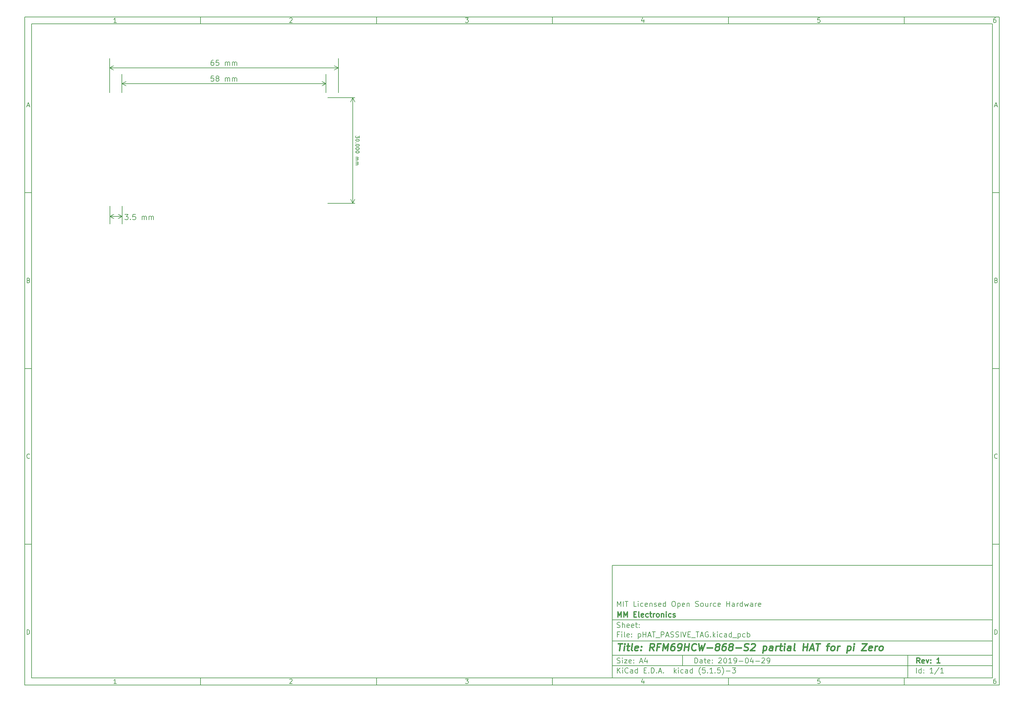
<source format=gbr>
%TF.GenerationSoftware,KiCad,Pcbnew,(5.1.5)-3*%
%TF.CreationDate,2021-10-20T10:58:06+01:00*%
%TF.ProjectId,pHAT_PASSIVE_TAG,70484154-5f50-4415-9353-4956455f5441,1*%
%TF.SameCoordinates,Original*%
%TF.FileFunction,OtherDrawing,Comment*%
%FSLAX46Y46*%
G04 Gerber Fmt 4.6, Leading zero omitted, Abs format (unit mm)*
G04 Created by KiCad (PCBNEW (5.1.5)-3) date 2021-10-20 10:58:06*
%MOMM*%
%LPD*%
G04 APERTURE LIST*
%ADD10C,0.100000*%
%ADD11C,0.150000*%
%ADD12C,0.300000*%
%ADD13C,0.400000*%
G04 APERTURE END LIST*
D10*
D11*
X177002200Y-166007200D02*
X177002200Y-198007200D01*
X285002200Y-198007200D01*
X285002200Y-166007200D01*
X177002200Y-166007200D01*
D10*
D11*
X10000000Y-10000000D02*
X10000000Y-200007200D01*
X287002200Y-200007200D01*
X287002200Y-10000000D01*
X10000000Y-10000000D01*
D10*
D11*
X12000000Y-12000000D02*
X12000000Y-198007200D01*
X285002200Y-198007200D01*
X285002200Y-12000000D01*
X12000000Y-12000000D01*
D10*
D11*
X60000000Y-12000000D02*
X60000000Y-10000000D01*
D10*
D11*
X110000000Y-12000000D02*
X110000000Y-10000000D01*
D10*
D11*
X160000000Y-12000000D02*
X160000000Y-10000000D01*
D10*
D11*
X210000000Y-12000000D02*
X210000000Y-10000000D01*
D10*
D11*
X260000000Y-12000000D02*
X260000000Y-10000000D01*
D10*
D11*
X36065476Y-11588095D02*
X35322619Y-11588095D01*
X35694047Y-11588095D02*
X35694047Y-10288095D01*
X35570238Y-10473809D01*
X35446428Y-10597619D01*
X35322619Y-10659523D01*
D10*
D11*
X85322619Y-10411904D02*
X85384523Y-10350000D01*
X85508333Y-10288095D01*
X85817857Y-10288095D01*
X85941666Y-10350000D01*
X86003571Y-10411904D01*
X86065476Y-10535714D01*
X86065476Y-10659523D01*
X86003571Y-10845238D01*
X85260714Y-11588095D01*
X86065476Y-11588095D01*
D10*
D11*
X135260714Y-10288095D02*
X136065476Y-10288095D01*
X135632142Y-10783333D01*
X135817857Y-10783333D01*
X135941666Y-10845238D01*
X136003571Y-10907142D01*
X136065476Y-11030952D01*
X136065476Y-11340476D01*
X136003571Y-11464285D01*
X135941666Y-11526190D01*
X135817857Y-11588095D01*
X135446428Y-11588095D01*
X135322619Y-11526190D01*
X135260714Y-11464285D01*
D10*
D11*
X185941666Y-10721428D02*
X185941666Y-11588095D01*
X185632142Y-10226190D02*
X185322619Y-11154761D01*
X186127380Y-11154761D01*
D10*
D11*
X236003571Y-10288095D02*
X235384523Y-10288095D01*
X235322619Y-10907142D01*
X235384523Y-10845238D01*
X235508333Y-10783333D01*
X235817857Y-10783333D01*
X235941666Y-10845238D01*
X236003571Y-10907142D01*
X236065476Y-11030952D01*
X236065476Y-11340476D01*
X236003571Y-11464285D01*
X235941666Y-11526190D01*
X235817857Y-11588095D01*
X235508333Y-11588095D01*
X235384523Y-11526190D01*
X235322619Y-11464285D01*
D10*
D11*
X285941666Y-10288095D02*
X285694047Y-10288095D01*
X285570238Y-10350000D01*
X285508333Y-10411904D01*
X285384523Y-10597619D01*
X285322619Y-10845238D01*
X285322619Y-11340476D01*
X285384523Y-11464285D01*
X285446428Y-11526190D01*
X285570238Y-11588095D01*
X285817857Y-11588095D01*
X285941666Y-11526190D01*
X286003571Y-11464285D01*
X286065476Y-11340476D01*
X286065476Y-11030952D01*
X286003571Y-10907142D01*
X285941666Y-10845238D01*
X285817857Y-10783333D01*
X285570238Y-10783333D01*
X285446428Y-10845238D01*
X285384523Y-10907142D01*
X285322619Y-11030952D01*
D10*
D11*
X60000000Y-198007200D02*
X60000000Y-200007200D01*
D10*
D11*
X110000000Y-198007200D02*
X110000000Y-200007200D01*
D10*
D11*
X160000000Y-198007200D02*
X160000000Y-200007200D01*
D10*
D11*
X210000000Y-198007200D02*
X210000000Y-200007200D01*
D10*
D11*
X260000000Y-198007200D02*
X260000000Y-200007200D01*
D10*
D11*
X36065476Y-199595295D02*
X35322619Y-199595295D01*
X35694047Y-199595295D02*
X35694047Y-198295295D01*
X35570238Y-198481009D01*
X35446428Y-198604819D01*
X35322619Y-198666723D01*
D10*
D11*
X85322619Y-198419104D02*
X85384523Y-198357200D01*
X85508333Y-198295295D01*
X85817857Y-198295295D01*
X85941666Y-198357200D01*
X86003571Y-198419104D01*
X86065476Y-198542914D01*
X86065476Y-198666723D01*
X86003571Y-198852438D01*
X85260714Y-199595295D01*
X86065476Y-199595295D01*
D10*
D11*
X135260714Y-198295295D02*
X136065476Y-198295295D01*
X135632142Y-198790533D01*
X135817857Y-198790533D01*
X135941666Y-198852438D01*
X136003571Y-198914342D01*
X136065476Y-199038152D01*
X136065476Y-199347676D01*
X136003571Y-199471485D01*
X135941666Y-199533390D01*
X135817857Y-199595295D01*
X135446428Y-199595295D01*
X135322619Y-199533390D01*
X135260714Y-199471485D01*
D10*
D11*
X185941666Y-198728628D02*
X185941666Y-199595295D01*
X185632142Y-198233390D02*
X185322619Y-199161961D01*
X186127380Y-199161961D01*
D10*
D11*
X236003571Y-198295295D02*
X235384523Y-198295295D01*
X235322619Y-198914342D01*
X235384523Y-198852438D01*
X235508333Y-198790533D01*
X235817857Y-198790533D01*
X235941666Y-198852438D01*
X236003571Y-198914342D01*
X236065476Y-199038152D01*
X236065476Y-199347676D01*
X236003571Y-199471485D01*
X235941666Y-199533390D01*
X235817857Y-199595295D01*
X235508333Y-199595295D01*
X235384523Y-199533390D01*
X235322619Y-199471485D01*
D10*
D11*
X285941666Y-198295295D02*
X285694047Y-198295295D01*
X285570238Y-198357200D01*
X285508333Y-198419104D01*
X285384523Y-198604819D01*
X285322619Y-198852438D01*
X285322619Y-199347676D01*
X285384523Y-199471485D01*
X285446428Y-199533390D01*
X285570238Y-199595295D01*
X285817857Y-199595295D01*
X285941666Y-199533390D01*
X286003571Y-199471485D01*
X286065476Y-199347676D01*
X286065476Y-199038152D01*
X286003571Y-198914342D01*
X285941666Y-198852438D01*
X285817857Y-198790533D01*
X285570238Y-198790533D01*
X285446428Y-198852438D01*
X285384523Y-198914342D01*
X285322619Y-199038152D01*
D10*
D11*
X10000000Y-60000000D02*
X12000000Y-60000000D01*
D10*
D11*
X10000000Y-110000000D02*
X12000000Y-110000000D01*
D10*
D11*
X10000000Y-160000000D02*
X12000000Y-160000000D01*
D10*
D11*
X10690476Y-35216666D02*
X11309523Y-35216666D01*
X10566666Y-35588095D02*
X11000000Y-34288095D01*
X11433333Y-35588095D01*
D10*
D11*
X11092857Y-84907142D02*
X11278571Y-84969047D01*
X11340476Y-85030952D01*
X11402380Y-85154761D01*
X11402380Y-85340476D01*
X11340476Y-85464285D01*
X11278571Y-85526190D01*
X11154761Y-85588095D01*
X10659523Y-85588095D01*
X10659523Y-84288095D01*
X11092857Y-84288095D01*
X11216666Y-84350000D01*
X11278571Y-84411904D01*
X11340476Y-84535714D01*
X11340476Y-84659523D01*
X11278571Y-84783333D01*
X11216666Y-84845238D01*
X11092857Y-84907142D01*
X10659523Y-84907142D01*
D10*
D11*
X11402380Y-135464285D02*
X11340476Y-135526190D01*
X11154761Y-135588095D01*
X11030952Y-135588095D01*
X10845238Y-135526190D01*
X10721428Y-135402380D01*
X10659523Y-135278571D01*
X10597619Y-135030952D01*
X10597619Y-134845238D01*
X10659523Y-134597619D01*
X10721428Y-134473809D01*
X10845238Y-134350000D01*
X11030952Y-134288095D01*
X11154761Y-134288095D01*
X11340476Y-134350000D01*
X11402380Y-134411904D01*
D10*
D11*
X10659523Y-185588095D02*
X10659523Y-184288095D01*
X10969047Y-184288095D01*
X11154761Y-184350000D01*
X11278571Y-184473809D01*
X11340476Y-184597619D01*
X11402380Y-184845238D01*
X11402380Y-185030952D01*
X11340476Y-185278571D01*
X11278571Y-185402380D01*
X11154761Y-185526190D01*
X10969047Y-185588095D01*
X10659523Y-185588095D01*
D10*
D11*
X287002200Y-60000000D02*
X285002200Y-60000000D01*
D10*
D11*
X287002200Y-110000000D02*
X285002200Y-110000000D01*
D10*
D11*
X287002200Y-160000000D02*
X285002200Y-160000000D01*
D10*
D11*
X285692676Y-35216666D02*
X286311723Y-35216666D01*
X285568866Y-35588095D02*
X286002200Y-34288095D01*
X286435533Y-35588095D01*
D10*
D11*
X286095057Y-84907142D02*
X286280771Y-84969047D01*
X286342676Y-85030952D01*
X286404580Y-85154761D01*
X286404580Y-85340476D01*
X286342676Y-85464285D01*
X286280771Y-85526190D01*
X286156961Y-85588095D01*
X285661723Y-85588095D01*
X285661723Y-84288095D01*
X286095057Y-84288095D01*
X286218866Y-84350000D01*
X286280771Y-84411904D01*
X286342676Y-84535714D01*
X286342676Y-84659523D01*
X286280771Y-84783333D01*
X286218866Y-84845238D01*
X286095057Y-84907142D01*
X285661723Y-84907142D01*
D10*
D11*
X286404580Y-135464285D02*
X286342676Y-135526190D01*
X286156961Y-135588095D01*
X286033152Y-135588095D01*
X285847438Y-135526190D01*
X285723628Y-135402380D01*
X285661723Y-135278571D01*
X285599819Y-135030952D01*
X285599819Y-134845238D01*
X285661723Y-134597619D01*
X285723628Y-134473809D01*
X285847438Y-134350000D01*
X286033152Y-134288095D01*
X286156961Y-134288095D01*
X286342676Y-134350000D01*
X286404580Y-134411904D01*
D10*
D11*
X285661723Y-185588095D02*
X285661723Y-184288095D01*
X285971247Y-184288095D01*
X286156961Y-184350000D01*
X286280771Y-184473809D01*
X286342676Y-184597619D01*
X286404580Y-184845238D01*
X286404580Y-185030952D01*
X286342676Y-185278571D01*
X286280771Y-185402380D01*
X286156961Y-185526190D01*
X285971247Y-185588095D01*
X285661723Y-185588095D01*
D10*
D11*
X200434342Y-193785771D02*
X200434342Y-192285771D01*
X200791485Y-192285771D01*
X201005771Y-192357200D01*
X201148628Y-192500057D01*
X201220057Y-192642914D01*
X201291485Y-192928628D01*
X201291485Y-193142914D01*
X201220057Y-193428628D01*
X201148628Y-193571485D01*
X201005771Y-193714342D01*
X200791485Y-193785771D01*
X200434342Y-193785771D01*
X202577200Y-193785771D02*
X202577200Y-193000057D01*
X202505771Y-192857200D01*
X202362914Y-192785771D01*
X202077200Y-192785771D01*
X201934342Y-192857200D01*
X202577200Y-193714342D02*
X202434342Y-193785771D01*
X202077200Y-193785771D01*
X201934342Y-193714342D01*
X201862914Y-193571485D01*
X201862914Y-193428628D01*
X201934342Y-193285771D01*
X202077200Y-193214342D01*
X202434342Y-193214342D01*
X202577200Y-193142914D01*
X203077200Y-192785771D02*
X203648628Y-192785771D01*
X203291485Y-192285771D02*
X203291485Y-193571485D01*
X203362914Y-193714342D01*
X203505771Y-193785771D01*
X203648628Y-193785771D01*
X204720057Y-193714342D02*
X204577200Y-193785771D01*
X204291485Y-193785771D01*
X204148628Y-193714342D01*
X204077200Y-193571485D01*
X204077200Y-193000057D01*
X204148628Y-192857200D01*
X204291485Y-192785771D01*
X204577200Y-192785771D01*
X204720057Y-192857200D01*
X204791485Y-193000057D01*
X204791485Y-193142914D01*
X204077200Y-193285771D01*
X205434342Y-193642914D02*
X205505771Y-193714342D01*
X205434342Y-193785771D01*
X205362914Y-193714342D01*
X205434342Y-193642914D01*
X205434342Y-193785771D01*
X205434342Y-192857200D02*
X205505771Y-192928628D01*
X205434342Y-193000057D01*
X205362914Y-192928628D01*
X205434342Y-192857200D01*
X205434342Y-193000057D01*
X207220057Y-192428628D02*
X207291485Y-192357200D01*
X207434342Y-192285771D01*
X207791485Y-192285771D01*
X207934342Y-192357200D01*
X208005771Y-192428628D01*
X208077200Y-192571485D01*
X208077200Y-192714342D01*
X208005771Y-192928628D01*
X207148628Y-193785771D01*
X208077200Y-193785771D01*
X209005771Y-192285771D02*
X209148628Y-192285771D01*
X209291485Y-192357200D01*
X209362914Y-192428628D01*
X209434342Y-192571485D01*
X209505771Y-192857200D01*
X209505771Y-193214342D01*
X209434342Y-193500057D01*
X209362914Y-193642914D01*
X209291485Y-193714342D01*
X209148628Y-193785771D01*
X209005771Y-193785771D01*
X208862914Y-193714342D01*
X208791485Y-193642914D01*
X208720057Y-193500057D01*
X208648628Y-193214342D01*
X208648628Y-192857200D01*
X208720057Y-192571485D01*
X208791485Y-192428628D01*
X208862914Y-192357200D01*
X209005771Y-192285771D01*
X210934342Y-193785771D02*
X210077200Y-193785771D01*
X210505771Y-193785771D02*
X210505771Y-192285771D01*
X210362914Y-192500057D01*
X210220057Y-192642914D01*
X210077200Y-192714342D01*
X211648628Y-193785771D02*
X211934342Y-193785771D01*
X212077200Y-193714342D01*
X212148628Y-193642914D01*
X212291485Y-193428628D01*
X212362914Y-193142914D01*
X212362914Y-192571485D01*
X212291485Y-192428628D01*
X212220057Y-192357200D01*
X212077200Y-192285771D01*
X211791485Y-192285771D01*
X211648628Y-192357200D01*
X211577200Y-192428628D01*
X211505771Y-192571485D01*
X211505771Y-192928628D01*
X211577200Y-193071485D01*
X211648628Y-193142914D01*
X211791485Y-193214342D01*
X212077200Y-193214342D01*
X212220057Y-193142914D01*
X212291485Y-193071485D01*
X212362914Y-192928628D01*
X213005771Y-193214342D02*
X214148628Y-193214342D01*
X215148628Y-192285771D02*
X215291485Y-192285771D01*
X215434342Y-192357200D01*
X215505771Y-192428628D01*
X215577200Y-192571485D01*
X215648628Y-192857200D01*
X215648628Y-193214342D01*
X215577200Y-193500057D01*
X215505771Y-193642914D01*
X215434342Y-193714342D01*
X215291485Y-193785771D01*
X215148628Y-193785771D01*
X215005771Y-193714342D01*
X214934342Y-193642914D01*
X214862914Y-193500057D01*
X214791485Y-193214342D01*
X214791485Y-192857200D01*
X214862914Y-192571485D01*
X214934342Y-192428628D01*
X215005771Y-192357200D01*
X215148628Y-192285771D01*
X216934342Y-192785771D02*
X216934342Y-193785771D01*
X216577200Y-192214342D02*
X216220057Y-193285771D01*
X217148628Y-193285771D01*
X217720057Y-193214342D02*
X218862914Y-193214342D01*
X219505771Y-192428628D02*
X219577200Y-192357200D01*
X219720057Y-192285771D01*
X220077200Y-192285771D01*
X220220057Y-192357200D01*
X220291485Y-192428628D01*
X220362914Y-192571485D01*
X220362914Y-192714342D01*
X220291485Y-192928628D01*
X219434342Y-193785771D01*
X220362914Y-193785771D01*
X221077200Y-193785771D02*
X221362914Y-193785771D01*
X221505771Y-193714342D01*
X221577200Y-193642914D01*
X221720057Y-193428628D01*
X221791485Y-193142914D01*
X221791485Y-192571485D01*
X221720057Y-192428628D01*
X221648628Y-192357200D01*
X221505771Y-192285771D01*
X221220057Y-192285771D01*
X221077200Y-192357200D01*
X221005771Y-192428628D01*
X220934342Y-192571485D01*
X220934342Y-192928628D01*
X221005771Y-193071485D01*
X221077200Y-193142914D01*
X221220057Y-193214342D01*
X221505771Y-193214342D01*
X221648628Y-193142914D01*
X221720057Y-193071485D01*
X221791485Y-192928628D01*
D10*
D11*
X177002200Y-194507200D02*
X285002200Y-194507200D01*
D10*
D11*
X178434342Y-196585771D02*
X178434342Y-195085771D01*
X179291485Y-196585771D02*
X178648628Y-195728628D01*
X179291485Y-195085771D02*
X178434342Y-195942914D01*
X179934342Y-196585771D02*
X179934342Y-195585771D01*
X179934342Y-195085771D02*
X179862914Y-195157200D01*
X179934342Y-195228628D01*
X180005771Y-195157200D01*
X179934342Y-195085771D01*
X179934342Y-195228628D01*
X181505771Y-196442914D02*
X181434342Y-196514342D01*
X181220057Y-196585771D01*
X181077200Y-196585771D01*
X180862914Y-196514342D01*
X180720057Y-196371485D01*
X180648628Y-196228628D01*
X180577200Y-195942914D01*
X180577200Y-195728628D01*
X180648628Y-195442914D01*
X180720057Y-195300057D01*
X180862914Y-195157200D01*
X181077200Y-195085771D01*
X181220057Y-195085771D01*
X181434342Y-195157200D01*
X181505771Y-195228628D01*
X182791485Y-196585771D02*
X182791485Y-195800057D01*
X182720057Y-195657200D01*
X182577200Y-195585771D01*
X182291485Y-195585771D01*
X182148628Y-195657200D01*
X182791485Y-196514342D02*
X182648628Y-196585771D01*
X182291485Y-196585771D01*
X182148628Y-196514342D01*
X182077200Y-196371485D01*
X182077200Y-196228628D01*
X182148628Y-196085771D01*
X182291485Y-196014342D01*
X182648628Y-196014342D01*
X182791485Y-195942914D01*
X184148628Y-196585771D02*
X184148628Y-195085771D01*
X184148628Y-196514342D02*
X184005771Y-196585771D01*
X183720057Y-196585771D01*
X183577200Y-196514342D01*
X183505771Y-196442914D01*
X183434342Y-196300057D01*
X183434342Y-195871485D01*
X183505771Y-195728628D01*
X183577200Y-195657200D01*
X183720057Y-195585771D01*
X184005771Y-195585771D01*
X184148628Y-195657200D01*
X186005771Y-195800057D02*
X186505771Y-195800057D01*
X186720057Y-196585771D02*
X186005771Y-196585771D01*
X186005771Y-195085771D01*
X186720057Y-195085771D01*
X187362914Y-196442914D02*
X187434342Y-196514342D01*
X187362914Y-196585771D01*
X187291485Y-196514342D01*
X187362914Y-196442914D01*
X187362914Y-196585771D01*
X188077200Y-196585771D02*
X188077200Y-195085771D01*
X188434342Y-195085771D01*
X188648628Y-195157200D01*
X188791485Y-195300057D01*
X188862914Y-195442914D01*
X188934342Y-195728628D01*
X188934342Y-195942914D01*
X188862914Y-196228628D01*
X188791485Y-196371485D01*
X188648628Y-196514342D01*
X188434342Y-196585771D01*
X188077200Y-196585771D01*
X189577200Y-196442914D02*
X189648628Y-196514342D01*
X189577200Y-196585771D01*
X189505771Y-196514342D01*
X189577200Y-196442914D01*
X189577200Y-196585771D01*
X190220057Y-196157200D02*
X190934342Y-196157200D01*
X190077200Y-196585771D02*
X190577200Y-195085771D01*
X191077200Y-196585771D01*
X191577200Y-196442914D02*
X191648628Y-196514342D01*
X191577200Y-196585771D01*
X191505771Y-196514342D01*
X191577200Y-196442914D01*
X191577200Y-196585771D01*
X194577200Y-196585771D02*
X194577200Y-195085771D01*
X194720057Y-196014342D02*
X195148628Y-196585771D01*
X195148628Y-195585771D02*
X194577200Y-196157200D01*
X195791485Y-196585771D02*
X195791485Y-195585771D01*
X195791485Y-195085771D02*
X195720057Y-195157200D01*
X195791485Y-195228628D01*
X195862914Y-195157200D01*
X195791485Y-195085771D01*
X195791485Y-195228628D01*
X197148628Y-196514342D02*
X197005771Y-196585771D01*
X196720057Y-196585771D01*
X196577200Y-196514342D01*
X196505771Y-196442914D01*
X196434342Y-196300057D01*
X196434342Y-195871485D01*
X196505771Y-195728628D01*
X196577200Y-195657200D01*
X196720057Y-195585771D01*
X197005771Y-195585771D01*
X197148628Y-195657200D01*
X198434342Y-196585771D02*
X198434342Y-195800057D01*
X198362914Y-195657200D01*
X198220057Y-195585771D01*
X197934342Y-195585771D01*
X197791485Y-195657200D01*
X198434342Y-196514342D02*
X198291485Y-196585771D01*
X197934342Y-196585771D01*
X197791485Y-196514342D01*
X197720057Y-196371485D01*
X197720057Y-196228628D01*
X197791485Y-196085771D01*
X197934342Y-196014342D01*
X198291485Y-196014342D01*
X198434342Y-195942914D01*
X199791485Y-196585771D02*
X199791485Y-195085771D01*
X199791485Y-196514342D02*
X199648628Y-196585771D01*
X199362914Y-196585771D01*
X199220057Y-196514342D01*
X199148628Y-196442914D01*
X199077200Y-196300057D01*
X199077200Y-195871485D01*
X199148628Y-195728628D01*
X199220057Y-195657200D01*
X199362914Y-195585771D01*
X199648628Y-195585771D01*
X199791485Y-195657200D01*
X202077200Y-197157200D02*
X202005771Y-197085771D01*
X201862914Y-196871485D01*
X201791485Y-196728628D01*
X201720057Y-196514342D01*
X201648628Y-196157200D01*
X201648628Y-195871485D01*
X201720057Y-195514342D01*
X201791485Y-195300057D01*
X201862914Y-195157200D01*
X202005771Y-194942914D01*
X202077200Y-194871485D01*
X203362914Y-195085771D02*
X202648628Y-195085771D01*
X202577200Y-195800057D01*
X202648628Y-195728628D01*
X202791485Y-195657200D01*
X203148628Y-195657200D01*
X203291485Y-195728628D01*
X203362914Y-195800057D01*
X203434342Y-195942914D01*
X203434342Y-196300057D01*
X203362914Y-196442914D01*
X203291485Y-196514342D01*
X203148628Y-196585771D01*
X202791485Y-196585771D01*
X202648628Y-196514342D01*
X202577200Y-196442914D01*
X204077200Y-196442914D02*
X204148628Y-196514342D01*
X204077200Y-196585771D01*
X204005771Y-196514342D01*
X204077200Y-196442914D01*
X204077200Y-196585771D01*
X205577200Y-196585771D02*
X204720057Y-196585771D01*
X205148628Y-196585771D02*
X205148628Y-195085771D01*
X205005771Y-195300057D01*
X204862914Y-195442914D01*
X204720057Y-195514342D01*
X206220057Y-196442914D02*
X206291485Y-196514342D01*
X206220057Y-196585771D01*
X206148628Y-196514342D01*
X206220057Y-196442914D01*
X206220057Y-196585771D01*
X207648628Y-195085771D02*
X206934342Y-195085771D01*
X206862914Y-195800057D01*
X206934342Y-195728628D01*
X207077200Y-195657200D01*
X207434342Y-195657200D01*
X207577200Y-195728628D01*
X207648628Y-195800057D01*
X207720057Y-195942914D01*
X207720057Y-196300057D01*
X207648628Y-196442914D01*
X207577200Y-196514342D01*
X207434342Y-196585771D01*
X207077200Y-196585771D01*
X206934342Y-196514342D01*
X206862914Y-196442914D01*
X208220057Y-197157200D02*
X208291485Y-197085771D01*
X208434342Y-196871485D01*
X208505771Y-196728628D01*
X208577200Y-196514342D01*
X208648628Y-196157200D01*
X208648628Y-195871485D01*
X208577200Y-195514342D01*
X208505771Y-195300057D01*
X208434342Y-195157200D01*
X208291485Y-194942914D01*
X208220057Y-194871485D01*
X209362914Y-196014342D02*
X210505771Y-196014342D01*
X211077200Y-195085771D02*
X212005771Y-195085771D01*
X211505771Y-195657200D01*
X211720057Y-195657200D01*
X211862914Y-195728628D01*
X211934342Y-195800057D01*
X212005771Y-195942914D01*
X212005771Y-196300057D01*
X211934342Y-196442914D01*
X211862914Y-196514342D01*
X211720057Y-196585771D01*
X211291485Y-196585771D01*
X211148628Y-196514342D01*
X211077200Y-196442914D01*
D10*
D11*
X177002200Y-191507200D02*
X285002200Y-191507200D01*
D10*
D12*
X264411485Y-193785771D02*
X263911485Y-193071485D01*
X263554342Y-193785771D02*
X263554342Y-192285771D01*
X264125771Y-192285771D01*
X264268628Y-192357200D01*
X264340057Y-192428628D01*
X264411485Y-192571485D01*
X264411485Y-192785771D01*
X264340057Y-192928628D01*
X264268628Y-193000057D01*
X264125771Y-193071485D01*
X263554342Y-193071485D01*
X265625771Y-193714342D02*
X265482914Y-193785771D01*
X265197200Y-193785771D01*
X265054342Y-193714342D01*
X264982914Y-193571485D01*
X264982914Y-193000057D01*
X265054342Y-192857200D01*
X265197200Y-192785771D01*
X265482914Y-192785771D01*
X265625771Y-192857200D01*
X265697200Y-193000057D01*
X265697200Y-193142914D01*
X264982914Y-193285771D01*
X266197200Y-192785771D02*
X266554342Y-193785771D01*
X266911485Y-192785771D01*
X267482914Y-193642914D02*
X267554342Y-193714342D01*
X267482914Y-193785771D01*
X267411485Y-193714342D01*
X267482914Y-193642914D01*
X267482914Y-193785771D01*
X267482914Y-192857200D02*
X267554342Y-192928628D01*
X267482914Y-193000057D01*
X267411485Y-192928628D01*
X267482914Y-192857200D01*
X267482914Y-193000057D01*
X270125771Y-193785771D02*
X269268628Y-193785771D01*
X269697200Y-193785771D02*
X269697200Y-192285771D01*
X269554342Y-192500057D01*
X269411485Y-192642914D01*
X269268628Y-192714342D01*
D10*
D11*
X178362914Y-193714342D02*
X178577200Y-193785771D01*
X178934342Y-193785771D01*
X179077200Y-193714342D01*
X179148628Y-193642914D01*
X179220057Y-193500057D01*
X179220057Y-193357200D01*
X179148628Y-193214342D01*
X179077200Y-193142914D01*
X178934342Y-193071485D01*
X178648628Y-193000057D01*
X178505771Y-192928628D01*
X178434342Y-192857200D01*
X178362914Y-192714342D01*
X178362914Y-192571485D01*
X178434342Y-192428628D01*
X178505771Y-192357200D01*
X178648628Y-192285771D01*
X179005771Y-192285771D01*
X179220057Y-192357200D01*
X179862914Y-193785771D02*
X179862914Y-192785771D01*
X179862914Y-192285771D02*
X179791485Y-192357200D01*
X179862914Y-192428628D01*
X179934342Y-192357200D01*
X179862914Y-192285771D01*
X179862914Y-192428628D01*
X180434342Y-192785771D02*
X181220057Y-192785771D01*
X180434342Y-193785771D01*
X181220057Y-193785771D01*
X182362914Y-193714342D02*
X182220057Y-193785771D01*
X181934342Y-193785771D01*
X181791485Y-193714342D01*
X181720057Y-193571485D01*
X181720057Y-193000057D01*
X181791485Y-192857200D01*
X181934342Y-192785771D01*
X182220057Y-192785771D01*
X182362914Y-192857200D01*
X182434342Y-193000057D01*
X182434342Y-193142914D01*
X181720057Y-193285771D01*
X183077200Y-193642914D02*
X183148628Y-193714342D01*
X183077200Y-193785771D01*
X183005771Y-193714342D01*
X183077200Y-193642914D01*
X183077200Y-193785771D01*
X183077200Y-192857200D02*
X183148628Y-192928628D01*
X183077200Y-193000057D01*
X183005771Y-192928628D01*
X183077200Y-192857200D01*
X183077200Y-193000057D01*
X184862914Y-193357200D02*
X185577200Y-193357200D01*
X184720057Y-193785771D02*
X185220057Y-192285771D01*
X185720057Y-193785771D01*
X186862914Y-192785771D02*
X186862914Y-193785771D01*
X186505771Y-192214342D02*
X186148628Y-193285771D01*
X187077200Y-193285771D01*
D10*
D11*
X263434342Y-196585771D02*
X263434342Y-195085771D01*
X264791485Y-196585771D02*
X264791485Y-195085771D01*
X264791485Y-196514342D02*
X264648628Y-196585771D01*
X264362914Y-196585771D01*
X264220057Y-196514342D01*
X264148628Y-196442914D01*
X264077200Y-196300057D01*
X264077200Y-195871485D01*
X264148628Y-195728628D01*
X264220057Y-195657200D01*
X264362914Y-195585771D01*
X264648628Y-195585771D01*
X264791485Y-195657200D01*
X265505771Y-196442914D02*
X265577200Y-196514342D01*
X265505771Y-196585771D01*
X265434342Y-196514342D01*
X265505771Y-196442914D01*
X265505771Y-196585771D01*
X265505771Y-195657200D02*
X265577200Y-195728628D01*
X265505771Y-195800057D01*
X265434342Y-195728628D01*
X265505771Y-195657200D01*
X265505771Y-195800057D01*
X268148628Y-196585771D02*
X267291485Y-196585771D01*
X267720057Y-196585771D02*
X267720057Y-195085771D01*
X267577200Y-195300057D01*
X267434342Y-195442914D01*
X267291485Y-195514342D01*
X269862914Y-195014342D02*
X268577200Y-196942914D01*
X271148628Y-196585771D02*
X270291485Y-196585771D01*
X270720057Y-196585771D02*
X270720057Y-195085771D01*
X270577200Y-195300057D01*
X270434342Y-195442914D01*
X270291485Y-195514342D01*
D10*
D11*
X177002200Y-187507200D02*
X285002200Y-187507200D01*
D10*
D13*
X178714580Y-188211961D02*
X179857438Y-188211961D01*
X179036009Y-190211961D02*
X179286009Y-188211961D01*
X180274104Y-190211961D02*
X180440771Y-188878628D01*
X180524104Y-188211961D02*
X180416961Y-188307200D01*
X180500295Y-188402438D01*
X180607438Y-188307200D01*
X180524104Y-188211961D01*
X180500295Y-188402438D01*
X181107438Y-188878628D02*
X181869342Y-188878628D01*
X181476485Y-188211961D02*
X181262200Y-189926247D01*
X181333628Y-190116723D01*
X181512200Y-190211961D01*
X181702676Y-190211961D01*
X182655057Y-190211961D02*
X182476485Y-190116723D01*
X182405057Y-189926247D01*
X182619342Y-188211961D01*
X184190771Y-190116723D02*
X183988390Y-190211961D01*
X183607438Y-190211961D01*
X183428866Y-190116723D01*
X183357438Y-189926247D01*
X183452676Y-189164342D01*
X183571723Y-188973866D01*
X183774104Y-188878628D01*
X184155057Y-188878628D01*
X184333628Y-188973866D01*
X184405057Y-189164342D01*
X184381247Y-189354819D01*
X183405057Y-189545295D01*
X185155057Y-190021485D02*
X185238390Y-190116723D01*
X185131247Y-190211961D01*
X185047914Y-190116723D01*
X185155057Y-190021485D01*
X185131247Y-190211961D01*
X185286009Y-188973866D02*
X185369342Y-189069104D01*
X185262200Y-189164342D01*
X185178866Y-189069104D01*
X185286009Y-188973866D01*
X185262200Y-189164342D01*
X188750295Y-190211961D02*
X188202676Y-189259580D01*
X187607438Y-190211961D02*
X187857438Y-188211961D01*
X188619342Y-188211961D01*
X188797914Y-188307200D01*
X188881247Y-188402438D01*
X188952676Y-188592914D01*
X188916961Y-188878628D01*
X188797914Y-189069104D01*
X188690771Y-189164342D01*
X188488390Y-189259580D01*
X187726485Y-189259580D01*
X190405057Y-189164342D02*
X189738390Y-189164342D01*
X189607438Y-190211961D02*
X189857438Y-188211961D01*
X190809819Y-188211961D01*
X191321723Y-190211961D02*
X191571723Y-188211961D01*
X192059819Y-189640533D01*
X192905057Y-188211961D01*
X192655057Y-190211961D01*
X194714580Y-188211961D02*
X194333628Y-188211961D01*
X194131247Y-188307200D01*
X194024104Y-188402438D01*
X193797914Y-188688152D01*
X193655057Y-189069104D01*
X193559819Y-189831009D01*
X193631247Y-190021485D01*
X193714580Y-190116723D01*
X193893152Y-190211961D01*
X194274104Y-190211961D01*
X194476485Y-190116723D01*
X194583628Y-190021485D01*
X194702676Y-189831009D01*
X194762200Y-189354819D01*
X194690771Y-189164342D01*
X194607438Y-189069104D01*
X194428866Y-188973866D01*
X194047914Y-188973866D01*
X193845533Y-189069104D01*
X193738390Y-189164342D01*
X193619342Y-189354819D01*
X195607438Y-190211961D02*
X195988390Y-190211961D01*
X196190771Y-190116723D01*
X196297914Y-190021485D01*
X196524104Y-189735771D01*
X196666961Y-189354819D01*
X196762200Y-188592914D01*
X196690771Y-188402438D01*
X196607438Y-188307200D01*
X196428866Y-188211961D01*
X196047914Y-188211961D01*
X195845533Y-188307200D01*
X195738390Y-188402438D01*
X195619342Y-188592914D01*
X195559819Y-189069104D01*
X195631247Y-189259580D01*
X195714580Y-189354819D01*
X195893152Y-189450057D01*
X196274104Y-189450057D01*
X196476485Y-189354819D01*
X196583628Y-189259580D01*
X196702676Y-189069104D01*
X197416961Y-190211961D02*
X197666961Y-188211961D01*
X197547914Y-189164342D02*
X198690771Y-189164342D01*
X198559819Y-190211961D02*
X198809819Y-188211961D01*
X200678866Y-190021485D02*
X200571723Y-190116723D01*
X200274104Y-190211961D01*
X200083628Y-190211961D01*
X199809819Y-190116723D01*
X199643152Y-189926247D01*
X199571723Y-189735771D01*
X199524104Y-189354819D01*
X199559819Y-189069104D01*
X199702676Y-188688152D01*
X199821723Y-188497676D01*
X200036009Y-188307200D01*
X200333628Y-188211961D01*
X200524104Y-188211961D01*
X200797914Y-188307200D01*
X200881247Y-188402438D01*
X201571723Y-188211961D02*
X201797914Y-190211961D01*
X202357438Y-188783390D01*
X202559819Y-190211961D01*
X203286009Y-188211961D01*
X203893152Y-189450057D02*
X205416961Y-189450057D01*
X206702676Y-189069104D02*
X206524104Y-188973866D01*
X206440771Y-188878628D01*
X206369342Y-188688152D01*
X206381247Y-188592914D01*
X206500295Y-188402438D01*
X206607438Y-188307200D01*
X206809819Y-188211961D01*
X207190771Y-188211961D01*
X207369342Y-188307200D01*
X207452676Y-188402438D01*
X207524104Y-188592914D01*
X207512200Y-188688152D01*
X207393152Y-188878628D01*
X207286009Y-188973866D01*
X207083628Y-189069104D01*
X206702676Y-189069104D01*
X206500295Y-189164342D01*
X206393152Y-189259580D01*
X206274104Y-189450057D01*
X206226485Y-189831009D01*
X206297914Y-190021485D01*
X206381247Y-190116723D01*
X206559819Y-190211961D01*
X206940771Y-190211961D01*
X207143152Y-190116723D01*
X207250295Y-190021485D01*
X207369342Y-189831009D01*
X207416961Y-189450057D01*
X207345533Y-189259580D01*
X207262200Y-189164342D01*
X207083628Y-189069104D01*
X209286009Y-188211961D02*
X208905057Y-188211961D01*
X208702676Y-188307200D01*
X208595533Y-188402438D01*
X208369342Y-188688152D01*
X208226485Y-189069104D01*
X208131247Y-189831009D01*
X208202676Y-190021485D01*
X208286009Y-190116723D01*
X208464580Y-190211961D01*
X208845533Y-190211961D01*
X209047914Y-190116723D01*
X209155057Y-190021485D01*
X209274104Y-189831009D01*
X209333628Y-189354819D01*
X209262200Y-189164342D01*
X209178866Y-189069104D01*
X209000295Y-188973866D01*
X208619342Y-188973866D01*
X208416961Y-189069104D01*
X208309819Y-189164342D01*
X208190771Y-189354819D01*
X210512200Y-189069104D02*
X210333628Y-188973866D01*
X210250295Y-188878628D01*
X210178866Y-188688152D01*
X210190771Y-188592914D01*
X210309819Y-188402438D01*
X210416961Y-188307200D01*
X210619342Y-188211961D01*
X211000295Y-188211961D01*
X211178866Y-188307200D01*
X211262200Y-188402438D01*
X211333628Y-188592914D01*
X211321723Y-188688152D01*
X211202676Y-188878628D01*
X211095533Y-188973866D01*
X210893152Y-189069104D01*
X210512200Y-189069104D01*
X210309819Y-189164342D01*
X210202676Y-189259580D01*
X210083628Y-189450057D01*
X210036009Y-189831009D01*
X210107438Y-190021485D01*
X210190771Y-190116723D01*
X210369342Y-190211961D01*
X210750295Y-190211961D01*
X210952676Y-190116723D01*
X211059819Y-190021485D01*
X211178866Y-189831009D01*
X211226485Y-189450057D01*
X211155057Y-189259580D01*
X211071723Y-189164342D01*
X210893152Y-189069104D01*
X212083628Y-189450057D02*
X213607438Y-189450057D01*
X214381247Y-190116723D02*
X214655057Y-190211961D01*
X215131247Y-190211961D01*
X215333628Y-190116723D01*
X215440771Y-190021485D01*
X215559819Y-189831009D01*
X215583628Y-189640533D01*
X215512200Y-189450057D01*
X215428866Y-189354819D01*
X215250295Y-189259580D01*
X214881247Y-189164342D01*
X214702676Y-189069104D01*
X214619342Y-188973866D01*
X214547914Y-188783390D01*
X214571723Y-188592914D01*
X214690771Y-188402438D01*
X214797914Y-188307200D01*
X215000295Y-188211961D01*
X215476485Y-188211961D01*
X215750295Y-188307200D01*
X216500295Y-188402438D02*
X216607438Y-188307200D01*
X216809819Y-188211961D01*
X217286009Y-188211961D01*
X217464580Y-188307200D01*
X217547914Y-188402438D01*
X217619342Y-188592914D01*
X217595533Y-188783390D01*
X217464580Y-189069104D01*
X216178866Y-190211961D01*
X217416961Y-190211961D01*
X219964580Y-188878628D02*
X219714580Y-190878628D01*
X219952676Y-188973866D02*
X220155057Y-188878628D01*
X220536009Y-188878628D01*
X220714580Y-188973866D01*
X220797914Y-189069104D01*
X220869342Y-189259580D01*
X220797914Y-189831009D01*
X220678866Y-190021485D01*
X220571723Y-190116723D01*
X220369342Y-190211961D01*
X219988390Y-190211961D01*
X219809819Y-190116723D01*
X222464580Y-190211961D02*
X222595533Y-189164342D01*
X222524104Y-188973866D01*
X222345533Y-188878628D01*
X221964580Y-188878628D01*
X221762200Y-188973866D01*
X222476485Y-190116723D02*
X222274104Y-190211961D01*
X221797914Y-190211961D01*
X221619342Y-190116723D01*
X221547914Y-189926247D01*
X221571723Y-189735771D01*
X221690771Y-189545295D01*
X221893152Y-189450057D01*
X222369342Y-189450057D01*
X222571723Y-189354819D01*
X223416961Y-190211961D02*
X223583628Y-188878628D01*
X223536009Y-189259580D02*
X223655057Y-189069104D01*
X223762199Y-188973866D01*
X223964580Y-188878628D01*
X224155057Y-188878628D01*
X224536009Y-188878628D02*
X225297914Y-188878628D01*
X224905057Y-188211961D02*
X224690771Y-189926247D01*
X224762200Y-190116723D01*
X224940771Y-190211961D01*
X225131247Y-190211961D01*
X225797914Y-190211961D02*
X225964580Y-188878628D01*
X226047914Y-188211961D02*
X225940771Y-188307200D01*
X226024104Y-188402438D01*
X226131247Y-188307200D01*
X226047914Y-188211961D01*
X226024104Y-188402438D01*
X227607438Y-190211961D02*
X227738390Y-189164342D01*
X227666961Y-188973866D01*
X227488390Y-188878628D01*
X227107438Y-188878628D01*
X226905057Y-188973866D01*
X227619342Y-190116723D02*
X227416961Y-190211961D01*
X226940771Y-190211961D01*
X226762200Y-190116723D01*
X226690771Y-189926247D01*
X226714580Y-189735771D01*
X226833628Y-189545295D01*
X227036009Y-189450057D01*
X227512200Y-189450057D01*
X227714580Y-189354819D01*
X228845533Y-190211961D02*
X228666961Y-190116723D01*
X228595533Y-189926247D01*
X228809819Y-188211961D01*
X231131247Y-190211961D02*
X231381247Y-188211961D01*
X231262199Y-189164342D02*
X232405057Y-189164342D01*
X232274104Y-190211961D02*
X232524104Y-188211961D01*
X233202676Y-189640533D02*
X234155057Y-189640533D01*
X232940771Y-190211961D02*
X233857438Y-188211961D01*
X234274104Y-190211961D01*
X234905057Y-188211961D02*
X236047914Y-188211961D01*
X235226485Y-190211961D02*
X235476485Y-188211961D01*
X237869342Y-188878628D02*
X238631247Y-188878628D01*
X237988390Y-190211961D02*
X238202676Y-188497676D01*
X238321723Y-188307200D01*
X238524104Y-188211961D01*
X238714580Y-188211961D01*
X239416961Y-190211961D02*
X239238390Y-190116723D01*
X239155057Y-190021485D01*
X239083628Y-189831009D01*
X239155057Y-189259580D01*
X239274104Y-189069104D01*
X239381247Y-188973866D01*
X239583628Y-188878628D01*
X239869342Y-188878628D01*
X240047914Y-188973866D01*
X240131247Y-189069104D01*
X240202676Y-189259580D01*
X240131247Y-189831009D01*
X240012199Y-190021485D01*
X239905057Y-190116723D01*
X239702676Y-190211961D01*
X239416961Y-190211961D01*
X240940771Y-190211961D02*
X241107438Y-188878628D01*
X241059819Y-189259580D02*
X241178866Y-189069104D01*
X241286009Y-188973866D01*
X241488390Y-188878628D01*
X241678866Y-188878628D01*
X243869342Y-188878628D02*
X243619342Y-190878628D01*
X243857438Y-188973866D02*
X244059819Y-188878628D01*
X244440771Y-188878628D01*
X244619342Y-188973866D01*
X244702676Y-189069104D01*
X244774104Y-189259580D01*
X244702676Y-189831009D01*
X244583628Y-190021485D01*
X244476485Y-190116723D01*
X244274104Y-190211961D01*
X243893152Y-190211961D01*
X243714580Y-190116723D01*
X245512199Y-190211961D02*
X245678866Y-188878628D01*
X245762199Y-188211961D02*
X245655057Y-188307200D01*
X245738390Y-188402438D01*
X245845533Y-188307200D01*
X245762199Y-188211961D01*
X245738390Y-188402438D01*
X248047914Y-188211961D02*
X249381247Y-188211961D01*
X247797914Y-190211961D01*
X249131247Y-190211961D01*
X250666961Y-190116723D02*
X250464580Y-190211961D01*
X250083628Y-190211961D01*
X249905057Y-190116723D01*
X249833628Y-189926247D01*
X249928866Y-189164342D01*
X250047914Y-188973866D01*
X250250295Y-188878628D01*
X250631247Y-188878628D01*
X250809819Y-188973866D01*
X250881247Y-189164342D01*
X250857438Y-189354819D01*
X249881247Y-189545295D01*
X251607438Y-190211961D02*
X251774104Y-188878628D01*
X251726485Y-189259580D02*
X251845533Y-189069104D01*
X251952676Y-188973866D01*
X252155057Y-188878628D01*
X252345533Y-188878628D01*
X253131247Y-190211961D02*
X252952676Y-190116723D01*
X252869342Y-190021485D01*
X252797914Y-189831009D01*
X252869342Y-189259580D01*
X252988390Y-189069104D01*
X253095533Y-188973866D01*
X253297914Y-188878628D01*
X253583628Y-188878628D01*
X253762200Y-188973866D01*
X253845533Y-189069104D01*
X253916961Y-189259580D01*
X253845533Y-189831009D01*
X253726485Y-190021485D01*
X253619342Y-190116723D01*
X253416961Y-190211961D01*
X253131247Y-190211961D01*
D10*
D11*
X178934342Y-185600057D02*
X178434342Y-185600057D01*
X178434342Y-186385771D02*
X178434342Y-184885771D01*
X179148628Y-184885771D01*
X179720057Y-186385771D02*
X179720057Y-185385771D01*
X179720057Y-184885771D02*
X179648628Y-184957200D01*
X179720057Y-185028628D01*
X179791485Y-184957200D01*
X179720057Y-184885771D01*
X179720057Y-185028628D01*
X180648628Y-186385771D02*
X180505771Y-186314342D01*
X180434342Y-186171485D01*
X180434342Y-184885771D01*
X181791485Y-186314342D02*
X181648628Y-186385771D01*
X181362914Y-186385771D01*
X181220057Y-186314342D01*
X181148628Y-186171485D01*
X181148628Y-185600057D01*
X181220057Y-185457200D01*
X181362914Y-185385771D01*
X181648628Y-185385771D01*
X181791485Y-185457200D01*
X181862914Y-185600057D01*
X181862914Y-185742914D01*
X181148628Y-185885771D01*
X182505771Y-186242914D02*
X182577200Y-186314342D01*
X182505771Y-186385771D01*
X182434342Y-186314342D01*
X182505771Y-186242914D01*
X182505771Y-186385771D01*
X182505771Y-185457200D02*
X182577200Y-185528628D01*
X182505771Y-185600057D01*
X182434342Y-185528628D01*
X182505771Y-185457200D01*
X182505771Y-185600057D01*
X184362914Y-185385771D02*
X184362914Y-186885771D01*
X184362914Y-185457200D02*
X184505771Y-185385771D01*
X184791485Y-185385771D01*
X184934342Y-185457200D01*
X185005771Y-185528628D01*
X185077200Y-185671485D01*
X185077200Y-186100057D01*
X185005771Y-186242914D01*
X184934342Y-186314342D01*
X184791485Y-186385771D01*
X184505771Y-186385771D01*
X184362914Y-186314342D01*
X185720057Y-186385771D02*
X185720057Y-184885771D01*
X185720057Y-185600057D02*
X186577200Y-185600057D01*
X186577200Y-186385771D02*
X186577200Y-184885771D01*
X187220057Y-185957200D02*
X187934342Y-185957200D01*
X187077200Y-186385771D02*
X187577200Y-184885771D01*
X188077200Y-186385771D01*
X188362914Y-184885771D02*
X189220057Y-184885771D01*
X188791485Y-186385771D02*
X188791485Y-184885771D01*
X189362914Y-186528628D02*
X190505771Y-186528628D01*
X190862914Y-186385771D02*
X190862914Y-184885771D01*
X191434342Y-184885771D01*
X191577200Y-184957200D01*
X191648628Y-185028628D01*
X191720057Y-185171485D01*
X191720057Y-185385771D01*
X191648628Y-185528628D01*
X191577200Y-185600057D01*
X191434342Y-185671485D01*
X190862914Y-185671485D01*
X192291485Y-185957200D02*
X193005771Y-185957200D01*
X192148628Y-186385771D02*
X192648628Y-184885771D01*
X193148628Y-186385771D01*
X193577200Y-186314342D02*
X193791485Y-186385771D01*
X194148628Y-186385771D01*
X194291485Y-186314342D01*
X194362914Y-186242914D01*
X194434342Y-186100057D01*
X194434342Y-185957200D01*
X194362914Y-185814342D01*
X194291485Y-185742914D01*
X194148628Y-185671485D01*
X193862914Y-185600057D01*
X193720057Y-185528628D01*
X193648628Y-185457200D01*
X193577200Y-185314342D01*
X193577200Y-185171485D01*
X193648628Y-185028628D01*
X193720057Y-184957200D01*
X193862914Y-184885771D01*
X194220057Y-184885771D01*
X194434342Y-184957200D01*
X195005771Y-186314342D02*
X195220057Y-186385771D01*
X195577200Y-186385771D01*
X195720057Y-186314342D01*
X195791485Y-186242914D01*
X195862914Y-186100057D01*
X195862914Y-185957200D01*
X195791485Y-185814342D01*
X195720057Y-185742914D01*
X195577200Y-185671485D01*
X195291485Y-185600057D01*
X195148628Y-185528628D01*
X195077200Y-185457200D01*
X195005771Y-185314342D01*
X195005771Y-185171485D01*
X195077200Y-185028628D01*
X195148628Y-184957200D01*
X195291485Y-184885771D01*
X195648628Y-184885771D01*
X195862914Y-184957200D01*
X196505771Y-186385771D02*
X196505771Y-184885771D01*
X197005771Y-184885771D02*
X197505771Y-186385771D01*
X198005771Y-184885771D01*
X198505771Y-185600057D02*
X199005771Y-185600057D01*
X199220057Y-186385771D02*
X198505771Y-186385771D01*
X198505771Y-184885771D01*
X199220057Y-184885771D01*
X199505771Y-186528628D02*
X200648628Y-186528628D01*
X200791485Y-184885771D02*
X201648628Y-184885771D01*
X201220057Y-186385771D02*
X201220057Y-184885771D01*
X202077200Y-185957200D02*
X202791485Y-185957200D01*
X201934342Y-186385771D02*
X202434342Y-184885771D01*
X202934342Y-186385771D01*
X204220057Y-184957200D02*
X204077200Y-184885771D01*
X203862914Y-184885771D01*
X203648628Y-184957200D01*
X203505771Y-185100057D01*
X203434342Y-185242914D01*
X203362914Y-185528628D01*
X203362914Y-185742914D01*
X203434342Y-186028628D01*
X203505771Y-186171485D01*
X203648628Y-186314342D01*
X203862914Y-186385771D01*
X204005771Y-186385771D01*
X204220057Y-186314342D01*
X204291485Y-186242914D01*
X204291485Y-185742914D01*
X204005771Y-185742914D01*
X204934342Y-186242914D02*
X205005771Y-186314342D01*
X204934342Y-186385771D01*
X204862914Y-186314342D01*
X204934342Y-186242914D01*
X204934342Y-186385771D01*
X205648628Y-186385771D02*
X205648628Y-184885771D01*
X205791485Y-185814342D02*
X206220057Y-186385771D01*
X206220057Y-185385771D02*
X205648628Y-185957200D01*
X206862914Y-186385771D02*
X206862914Y-185385771D01*
X206862914Y-184885771D02*
X206791485Y-184957200D01*
X206862914Y-185028628D01*
X206934342Y-184957200D01*
X206862914Y-184885771D01*
X206862914Y-185028628D01*
X208220057Y-186314342D02*
X208077200Y-186385771D01*
X207791485Y-186385771D01*
X207648628Y-186314342D01*
X207577200Y-186242914D01*
X207505771Y-186100057D01*
X207505771Y-185671485D01*
X207577200Y-185528628D01*
X207648628Y-185457200D01*
X207791485Y-185385771D01*
X208077200Y-185385771D01*
X208220057Y-185457200D01*
X209505771Y-186385771D02*
X209505771Y-185600057D01*
X209434342Y-185457200D01*
X209291485Y-185385771D01*
X209005771Y-185385771D01*
X208862914Y-185457200D01*
X209505771Y-186314342D02*
X209362914Y-186385771D01*
X209005771Y-186385771D01*
X208862914Y-186314342D01*
X208791485Y-186171485D01*
X208791485Y-186028628D01*
X208862914Y-185885771D01*
X209005771Y-185814342D01*
X209362914Y-185814342D01*
X209505771Y-185742914D01*
X210862914Y-186385771D02*
X210862914Y-184885771D01*
X210862914Y-186314342D02*
X210720057Y-186385771D01*
X210434342Y-186385771D01*
X210291485Y-186314342D01*
X210220057Y-186242914D01*
X210148628Y-186100057D01*
X210148628Y-185671485D01*
X210220057Y-185528628D01*
X210291485Y-185457200D01*
X210434342Y-185385771D01*
X210720057Y-185385771D01*
X210862914Y-185457200D01*
X211220057Y-186528628D02*
X212362914Y-186528628D01*
X212720057Y-185385771D02*
X212720057Y-186885771D01*
X212720057Y-185457200D02*
X212862914Y-185385771D01*
X213148628Y-185385771D01*
X213291485Y-185457200D01*
X213362914Y-185528628D01*
X213434342Y-185671485D01*
X213434342Y-186100057D01*
X213362914Y-186242914D01*
X213291485Y-186314342D01*
X213148628Y-186385771D01*
X212862914Y-186385771D01*
X212720057Y-186314342D01*
X214720057Y-186314342D02*
X214577200Y-186385771D01*
X214291485Y-186385771D01*
X214148628Y-186314342D01*
X214077200Y-186242914D01*
X214005771Y-186100057D01*
X214005771Y-185671485D01*
X214077200Y-185528628D01*
X214148628Y-185457200D01*
X214291485Y-185385771D01*
X214577200Y-185385771D01*
X214720057Y-185457200D01*
X215362914Y-186385771D02*
X215362914Y-184885771D01*
X215362914Y-185457200D02*
X215505771Y-185385771D01*
X215791485Y-185385771D01*
X215934342Y-185457200D01*
X216005771Y-185528628D01*
X216077200Y-185671485D01*
X216077200Y-186100057D01*
X216005771Y-186242914D01*
X215934342Y-186314342D01*
X215791485Y-186385771D01*
X215505771Y-186385771D01*
X215362914Y-186314342D01*
D10*
D11*
X177002200Y-181507200D02*
X285002200Y-181507200D01*
D10*
D11*
X178362914Y-183614342D02*
X178577200Y-183685771D01*
X178934342Y-183685771D01*
X179077200Y-183614342D01*
X179148628Y-183542914D01*
X179220057Y-183400057D01*
X179220057Y-183257200D01*
X179148628Y-183114342D01*
X179077200Y-183042914D01*
X178934342Y-182971485D01*
X178648628Y-182900057D01*
X178505771Y-182828628D01*
X178434342Y-182757200D01*
X178362914Y-182614342D01*
X178362914Y-182471485D01*
X178434342Y-182328628D01*
X178505771Y-182257200D01*
X178648628Y-182185771D01*
X179005771Y-182185771D01*
X179220057Y-182257200D01*
X179862914Y-183685771D02*
X179862914Y-182185771D01*
X180505771Y-183685771D02*
X180505771Y-182900057D01*
X180434342Y-182757200D01*
X180291485Y-182685771D01*
X180077200Y-182685771D01*
X179934342Y-182757200D01*
X179862914Y-182828628D01*
X181791485Y-183614342D02*
X181648628Y-183685771D01*
X181362914Y-183685771D01*
X181220057Y-183614342D01*
X181148628Y-183471485D01*
X181148628Y-182900057D01*
X181220057Y-182757200D01*
X181362914Y-182685771D01*
X181648628Y-182685771D01*
X181791485Y-182757200D01*
X181862914Y-182900057D01*
X181862914Y-183042914D01*
X181148628Y-183185771D01*
X183077200Y-183614342D02*
X182934342Y-183685771D01*
X182648628Y-183685771D01*
X182505771Y-183614342D01*
X182434342Y-183471485D01*
X182434342Y-182900057D01*
X182505771Y-182757200D01*
X182648628Y-182685771D01*
X182934342Y-182685771D01*
X183077200Y-182757200D01*
X183148628Y-182900057D01*
X183148628Y-183042914D01*
X182434342Y-183185771D01*
X183577200Y-182685771D02*
X184148628Y-182685771D01*
X183791485Y-182185771D02*
X183791485Y-183471485D01*
X183862914Y-183614342D01*
X184005771Y-183685771D01*
X184148628Y-183685771D01*
X184648628Y-183542914D02*
X184720057Y-183614342D01*
X184648628Y-183685771D01*
X184577200Y-183614342D01*
X184648628Y-183542914D01*
X184648628Y-183685771D01*
X184648628Y-182757200D02*
X184720057Y-182828628D01*
X184648628Y-182900057D01*
X184577200Y-182828628D01*
X184648628Y-182757200D01*
X184648628Y-182900057D01*
D10*
D12*
X178554342Y-180685771D02*
X178554342Y-179185771D01*
X179054342Y-180257200D01*
X179554342Y-179185771D01*
X179554342Y-180685771D01*
X180268628Y-180685771D02*
X180268628Y-179185771D01*
X180768628Y-180257200D01*
X181268628Y-179185771D01*
X181268628Y-180685771D01*
X183125771Y-179900057D02*
X183625771Y-179900057D01*
X183840057Y-180685771D02*
X183125771Y-180685771D01*
X183125771Y-179185771D01*
X183840057Y-179185771D01*
X184697200Y-180685771D02*
X184554342Y-180614342D01*
X184482914Y-180471485D01*
X184482914Y-179185771D01*
X185840057Y-180614342D02*
X185697200Y-180685771D01*
X185411485Y-180685771D01*
X185268628Y-180614342D01*
X185197200Y-180471485D01*
X185197200Y-179900057D01*
X185268628Y-179757200D01*
X185411485Y-179685771D01*
X185697200Y-179685771D01*
X185840057Y-179757200D01*
X185911485Y-179900057D01*
X185911485Y-180042914D01*
X185197200Y-180185771D01*
X187197200Y-180614342D02*
X187054342Y-180685771D01*
X186768628Y-180685771D01*
X186625771Y-180614342D01*
X186554342Y-180542914D01*
X186482914Y-180400057D01*
X186482914Y-179971485D01*
X186554342Y-179828628D01*
X186625771Y-179757200D01*
X186768628Y-179685771D01*
X187054342Y-179685771D01*
X187197200Y-179757200D01*
X187625771Y-179685771D02*
X188197200Y-179685771D01*
X187840057Y-179185771D02*
X187840057Y-180471485D01*
X187911485Y-180614342D01*
X188054342Y-180685771D01*
X188197200Y-180685771D01*
X188697200Y-180685771D02*
X188697200Y-179685771D01*
X188697200Y-179971485D02*
X188768628Y-179828628D01*
X188840057Y-179757200D01*
X188982914Y-179685771D01*
X189125771Y-179685771D01*
X189840057Y-180685771D02*
X189697200Y-180614342D01*
X189625771Y-180542914D01*
X189554342Y-180400057D01*
X189554342Y-179971485D01*
X189625771Y-179828628D01*
X189697200Y-179757200D01*
X189840057Y-179685771D01*
X190054342Y-179685771D01*
X190197200Y-179757200D01*
X190268628Y-179828628D01*
X190340057Y-179971485D01*
X190340057Y-180400057D01*
X190268628Y-180542914D01*
X190197200Y-180614342D01*
X190054342Y-180685771D01*
X189840057Y-180685771D01*
X190982914Y-179685771D02*
X190982914Y-180685771D01*
X190982914Y-179828628D02*
X191054342Y-179757200D01*
X191197200Y-179685771D01*
X191411485Y-179685771D01*
X191554342Y-179757200D01*
X191625771Y-179900057D01*
X191625771Y-180685771D01*
X192340057Y-180685771D02*
X192340057Y-179685771D01*
X192340057Y-179185771D02*
X192268628Y-179257200D01*
X192340057Y-179328628D01*
X192411485Y-179257200D01*
X192340057Y-179185771D01*
X192340057Y-179328628D01*
X193697200Y-180614342D02*
X193554342Y-180685771D01*
X193268628Y-180685771D01*
X193125771Y-180614342D01*
X193054342Y-180542914D01*
X192982914Y-180400057D01*
X192982914Y-179971485D01*
X193054342Y-179828628D01*
X193125771Y-179757200D01*
X193268628Y-179685771D01*
X193554342Y-179685771D01*
X193697200Y-179757200D01*
X194268628Y-180614342D02*
X194411485Y-180685771D01*
X194697200Y-180685771D01*
X194840057Y-180614342D01*
X194911485Y-180471485D01*
X194911485Y-180400057D01*
X194840057Y-180257200D01*
X194697200Y-180185771D01*
X194482914Y-180185771D01*
X194340057Y-180114342D01*
X194268628Y-179971485D01*
X194268628Y-179900057D01*
X194340057Y-179757200D01*
X194482914Y-179685771D01*
X194697200Y-179685771D01*
X194840057Y-179757200D01*
D10*
D11*
X178434342Y-177685771D02*
X178434342Y-176185771D01*
X178934342Y-177257200D01*
X179434342Y-176185771D01*
X179434342Y-177685771D01*
X180148628Y-177685771D02*
X180148628Y-176185771D01*
X180648628Y-176185771D02*
X181505771Y-176185771D01*
X181077200Y-177685771D02*
X181077200Y-176185771D01*
X183862914Y-177685771D02*
X183148628Y-177685771D01*
X183148628Y-176185771D01*
X184362914Y-177685771D02*
X184362914Y-176685771D01*
X184362914Y-176185771D02*
X184291485Y-176257200D01*
X184362914Y-176328628D01*
X184434342Y-176257200D01*
X184362914Y-176185771D01*
X184362914Y-176328628D01*
X185720057Y-177614342D02*
X185577200Y-177685771D01*
X185291485Y-177685771D01*
X185148628Y-177614342D01*
X185077200Y-177542914D01*
X185005771Y-177400057D01*
X185005771Y-176971485D01*
X185077200Y-176828628D01*
X185148628Y-176757200D01*
X185291485Y-176685771D01*
X185577200Y-176685771D01*
X185720057Y-176757200D01*
X186934342Y-177614342D02*
X186791485Y-177685771D01*
X186505771Y-177685771D01*
X186362914Y-177614342D01*
X186291485Y-177471485D01*
X186291485Y-176900057D01*
X186362914Y-176757200D01*
X186505771Y-176685771D01*
X186791485Y-176685771D01*
X186934342Y-176757200D01*
X187005771Y-176900057D01*
X187005771Y-177042914D01*
X186291485Y-177185771D01*
X187648628Y-176685771D02*
X187648628Y-177685771D01*
X187648628Y-176828628D02*
X187720057Y-176757200D01*
X187862914Y-176685771D01*
X188077200Y-176685771D01*
X188220057Y-176757200D01*
X188291485Y-176900057D01*
X188291485Y-177685771D01*
X188934342Y-177614342D02*
X189077200Y-177685771D01*
X189362914Y-177685771D01*
X189505771Y-177614342D01*
X189577200Y-177471485D01*
X189577200Y-177400057D01*
X189505771Y-177257200D01*
X189362914Y-177185771D01*
X189148628Y-177185771D01*
X189005771Y-177114342D01*
X188934342Y-176971485D01*
X188934342Y-176900057D01*
X189005771Y-176757200D01*
X189148628Y-176685771D01*
X189362914Y-176685771D01*
X189505771Y-176757200D01*
X190791485Y-177614342D02*
X190648628Y-177685771D01*
X190362914Y-177685771D01*
X190220057Y-177614342D01*
X190148628Y-177471485D01*
X190148628Y-176900057D01*
X190220057Y-176757200D01*
X190362914Y-176685771D01*
X190648628Y-176685771D01*
X190791485Y-176757200D01*
X190862914Y-176900057D01*
X190862914Y-177042914D01*
X190148628Y-177185771D01*
X192148628Y-177685771D02*
X192148628Y-176185771D01*
X192148628Y-177614342D02*
X192005771Y-177685771D01*
X191720057Y-177685771D01*
X191577200Y-177614342D01*
X191505771Y-177542914D01*
X191434342Y-177400057D01*
X191434342Y-176971485D01*
X191505771Y-176828628D01*
X191577200Y-176757200D01*
X191720057Y-176685771D01*
X192005771Y-176685771D01*
X192148628Y-176757200D01*
X194291485Y-176185771D02*
X194577200Y-176185771D01*
X194720057Y-176257200D01*
X194862914Y-176400057D01*
X194934342Y-176685771D01*
X194934342Y-177185771D01*
X194862914Y-177471485D01*
X194720057Y-177614342D01*
X194577200Y-177685771D01*
X194291485Y-177685771D01*
X194148628Y-177614342D01*
X194005771Y-177471485D01*
X193934342Y-177185771D01*
X193934342Y-176685771D01*
X194005771Y-176400057D01*
X194148628Y-176257200D01*
X194291485Y-176185771D01*
X195577200Y-176685771D02*
X195577200Y-178185771D01*
X195577200Y-176757200D02*
X195720057Y-176685771D01*
X196005771Y-176685771D01*
X196148628Y-176757200D01*
X196220057Y-176828628D01*
X196291485Y-176971485D01*
X196291485Y-177400057D01*
X196220057Y-177542914D01*
X196148628Y-177614342D01*
X196005771Y-177685771D01*
X195720057Y-177685771D01*
X195577200Y-177614342D01*
X197505771Y-177614342D02*
X197362914Y-177685771D01*
X197077200Y-177685771D01*
X196934342Y-177614342D01*
X196862914Y-177471485D01*
X196862914Y-176900057D01*
X196934342Y-176757200D01*
X197077200Y-176685771D01*
X197362914Y-176685771D01*
X197505771Y-176757200D01*
X197577200Y-176900057D01*
X197577200Y-177042914D01*
X196862914Y-177185771D01*
X198220057Y-176685771D02*
X198220057Y-177685771D01*
X198220057Y-176828628D02*
X198291485Y-176757200D01*
X198434342Y-176685771D01*
X198648628Y-176685771D01*
X198791485Y-176757200D01*
X198862914Y-176900057D01*
X198862914Y-177685771D01*
X200648628Y-177614342D02*
X200862914Y-177685771D01*
X201220057Y-177685771D01*
X201362914Y-177614342D01*
X201434342Y-177542914D01*
X201505771Y-177400057D01*
X201505771Y-177257200D01*
X201434342Y-177114342D01*
X201362914Y-177042914D01*
X201220057Y-176971485D01*
X200934342Y-176900057D01*
X200791485Y-176828628D01*
X200720057Y-176757200D01*
X200648628Y-176614342D01*
X200648628Y-176471485D01*
X200720057Y-176328628D01*
X200791485Y-176257200D01*
X200934342Y-176185771D01*
X201291485Y-176185771D01*
X201505771Y-176257200D01*
X202362914Y-177685771D02*
X202220057Y-177614342D01*
X202148628Y-177542914D01*
X202077200Y-177400057D01*
X202077200Y-176971485D01*
X202148628Y-176828628D01*
X202220057Y-176757200D01*
X202362914Y-176685771D01*
X202577200Y-176685771D01*
X202720057Y-176757200D01*
X202791485Y-176828628D01*
X202862914Y-176971485D01*
X202862914Y-177400057D01*
X202791485Y-177542914D01*
X202720057Y-177614342D01*
X202577200Y-177685771D01*
X202362914Y-177685771D01*
X204148628Y-176685771D02*
X204148628Y-177685771D01*
X203505771Y-176685771D02*
X203505771Y-177471485D01*
X203577200Y-177614342D01*
X203720057Y-177685771D01*
X203934342Y-177685771D01*
X204077200Y-177614342D01*
X204148628Y-177542914D01*
X204862914Y-177685771D02*
X204862914Y-176685771D01*
X204862914Y-176971485D02*
X204934342Y-176828628D01*
X205005771Y-176757200D01*
X205148628Y-176685771D01*
X205291485Y-176685771D01*
X206434342Y-177614342D02*
X206291485Y-177685771D01*
X206005771Y-177685771D01*
X205862914Y-177614342D01*
X205791485Y-177542914D01*
X205720057Y-177400057D01*
X205720057Y-176971485D01*
X205791485Y-176828628D01*
X205862914Y-176757200D01*
X206005771Y-176685771D01*
X206291485Y-176685771D01*
X206434342Y-176757200D01*
X207648628Y-177614342D02*
X207505771Y-177685771D01*
X207220057Y-177685771D01*
X207077200Y-177614342D01*
X207005771Y-177471485D01*
X207005771Y-176900057D01*
X207077200Y-176757200D01*
X207220057Y-176685771D01*
X207505771Y-176685771D01*
X207648628Y-176757200D01*
X207720057Y-176900057D01*
X207720057Y-177042914D01*
X207005771Y-177185771D01*
X209505771Y-177685771D02*
X209505771Y-176185771D01*
X209505771Y-176900057D02*
X210362914Y-176900057D01*
X210362914Y-177685771D02*
X210362914Y-176185771D01*
X211720057Y-177685771D02*
X211720057Y-176900057D01*
X211648628Y-176757200D01*
X211505771Y-176685771D01*
X211220057Y-176685771D01*
X211077200Y-176757200D01*
X211720057Y-177614342D02*
X211577200Y-177685771D01*
X211220057Y-177685771D01*
X211077200Y-177614342D01*
X211005771Y-177471485D01*
X211005771Y-177328628D01*
X211077200Y-177185771D01*
X211220057Y-177114342D01*
X211577200Y-177114342D01*
X211720057Y-177042914D01*
X212434342Y-177685771D02*
X212434342Y-176685771D01*
X212434342Y-176971485D02*
X212505771Y-176828628D01*
X212577200Y-176757200D01*
X212720057Y-176685771D01*
X212862914Y-176685771D01*
X214005771Y-177685771D02*
X214005771Y-176185771D01*
X214005771Y-177614342D02*
X213862914Y-177685771D01*
X213577200Y-177685771D01*
X213434342Y-177614342D01*
X213362914Y-177542914D01*
X213291485Y-177400057D01*
X213291485Y-176971485D01*
X213362914Y-176828628D01*
X213434342Y-176757200D01*
X213577200Y-176685771D01*
X213862914Y-176685771D01*
X214005771Y-176757200D01*
X214577200Y-176685771D02*
X214862914Y-177685771D01*
X215148628Y-176971485D01*
X215434342Y-177685771D01*
X215720057Y-176685771D01*
X216934342Y-177685771D02*
X216934342Y-176900057D01*
X216862914Y-176757200D01*
X216720057Y-176685771D01*
X216434342Y-176685771D01*
X216291485Y-176757200D01*
X216934342Y-177614342D02*
X216791485Y-177685771D01*
X216434342Y-177685771D01*
X216291485Y-177614342D01*
X216220057Y-177471485D01*
X216220057Y-177328628D01*
X216291485Y-177185771D01*
X216434342Y-177114342D01*
X216791485Y-177114342D01*
X216934342Y-177042914D01*
X217648628Y-177685771D02*
X217648628Y-176685771D01*
X217648628Y-176971485D02*
X217720057Y-176828628D01*
X217791485Y-176757200D01*
X217934342Y-176685771D01*
X218077200Y-176685771D01*
X219148628Y-177614342D02*
X219005771Y-177685771D01*
X218720057Y-177685771D01*
X218577200Y-177614342D01*
X218505771Y-177471485D01*
X218505771Y-176900057D01*
X218577200Y-176757200D01*
X218720057Y-176685771D01*
X219005771Y-176685771D01*
X219148628Y-176757200D01*
X219220057Y-176900057D01*
X219220057Y-177042914D01*
X218505771Y-177185771D01*
D10*
D11*
X197002200Y-191507200D02*
X197002200Y-194507200D01*
D10*
D11*
X261002200Y-191507200D02*
X261002200Y-198007200D01*
X105098619Y-43793123D02*
X105098619Y-44412171D01*
X104717666Y-44078838D01*
X104717666Y-44221695D01*
X104670047Y-44316933D01*
X104622428Y-44364552D01*
X104527190Y-44412171D01*
X104289095Y-44412171D01*
X104193857Y-44364552D01*
X104146238Y-44316933D01*
X104098619Y-44221695D01*
X104098619Y-43935980D01*
X104146238Y-43840742D01*
X104193857Y-43793123D01*
X105098619Y-45031219D02*
X105098619Y-45126457D01*
X105051000Y-45221695D01*
X105003380Y-45269314D01*
X104908142Y-45316933D01*
X104717666Y-45364552D01*
X104479571Y-45364552D01*
X104289095Y-45316933D01*
X104193857Y-45269314D01*
X104146238Y-45221695D01*
X104098619Y-45126457D01*
X104098619Y-45031219D01*
X104146238Y-44935980D01*
X104193857Y-44888361D01*
X104289095Y-44840742D01*
X104479571Y-44793123D01*
X104717666Y-44793123D01*
X104908142Y-44840742D01*
X105003380Y-44888361D01*
X105051000Y-44935980D01*
X105098619Y-45031219D01*
X104193857Y-45793123D02*
X104146238Y-45840742D01*
X104098619Y-45793123D01*
X104146238Y-45745504D01*
X104193857Y-45793123D01*
X104098619Y-45793123D01*
X105098619Y-46459790D02*
X105098619Y-46555028D01*
X105051000Y-46650266D01*
X105003380Y-46697885D01*
X104908142Y-46745504D01*
X104717666Y-46793123D01*
X104479571Y-46793123D01*
X104289095Y-46745504D01*
X104193857Y-46697885D01*
X104146238Y-46650266D01*
X104098619Y-46555028D01*
X104098619Y-46459790D01*
X104146238Y-46364552D01*
X104193857Y-46316933D01*
X104289095Y-46269314D01*
X104479571Y-46221695D01*
X104717666Y-46221695D01*
X104908142Y-46269314D01*
X105003380Y-46316933D01*
X105051000Y-46364552D01*
X105098619Y-46459790D01*
X105098619Y-47412171D02*
X105098619Y-47507409D01*
X105051000Y-47602647D01*
X105003380Y-47650266D01*
X104908142Y-47697885D01*
X104717666Y-47745504D01*
X104479571Y-47745504D01*
X104289095Y-47697885D01*
X104193857Y-47650266D01*
X104146238Y-47602647D01*
X104098619Y-47507409D01*
X104098619Y-47412171D01*
X104146238Y-47316933D01*
X104193857Y-47269314D01*
X104289095Y-47221695D01*
X104479571Y-47174076D01*
X104717666Y-47174076D01*
X104908142Y-47221695D01*
X105003380Y-47269314D01*
X105051000Y-47316933D01*
X105098619Y-47412171D01*
X105098619Y-48364552D02*
X105098619Y-48459790D01*
X105051000Y-48555028D01*
X105003380Y-48602647D01*
X104908142Y-48650266D01*
X104717666Y-48697885D01*
X104479571Y-48697885D01*
X104289095Y-48650266D01*
X104193857Y-48602647D01*
X104146238Y-48555028D01*
X104098619Y-48459790D01*
X104098619Y-48364552D01*
X104146238Y-48269314D01*
X104193857Y-48221695D01*
X104289095Y-48174076D01*
X104479571Y-48126457D01*
X104717666Y-48126457D01*
X104908142Y-48174076D01*
X105003380Y-48221695D01*
X105051000Y-48269314D01*
X105098619Y-48364552D01*
X104098619Y-49888361D02*
X104765285Y-49888361D01*
X104670047Y-49888361D02*
X104717666Y-49935980D01*
X104765285Y-50031219D01*
X104765285Y-50174076D01*
X104717666Y-50269314D01*
X104622428Y-50316933D01*
X104098619Y-50316933D01*
X104622428Y-50316933D02*
X104717666Y-50364552D01*
X104765285Y-50459790D01*
X104765285Y-50602647D01*
X104717666Y-50697885D01*
X104622428Y-50745504D01*
X104098619Y-50745504D01*
X104098619Y-51221695D02*
X104765285Y-51221695D01*
X104670047Y-51221695D02*
X104717666Y-51269314D01*
X104765285Y-51364552D01*
X104765285Y-51507409D01*
X104717666Y-51602647D01*
X104622428Y-51650266D01*
X104098619Y-51650266D01*
X104622428Y-51650266D02*
X104717666Y-51697885D01*
X104765285Y-51793123D01*
X104765285Y-51935980D01*
X104717666Y-52031219D01*
X104622428Y-52078838D01*
X104098619Y-52078838D01*
X103251000Y-32983600D02*
X103251000Y-62983600D01*
X96140800Y-32983600D02*
X103837421Y-32983600D01*
X96140800Y-62983600D02*
X103837421Y-62983600D01*
X103251000Y-62983600D02*
X102664579Y-61857096D01*
X103251000Y-62983600D02*
X103837421Y-61857096D01*
X103251000Y-32983600D02*
X102664579Y-34110104D01*
X103251000Y-32983600D02*
X103837421Y-34110104D01*
X38497942Y-66162171D02*
X39426514Y-66162171D01*
X38926514Y-66733600D01*
X39140800Y-66733600D01*
X39283657Y-66805028D01*
X39355085Y-66876457D01*
X39426514Y-67019314D01*
X39426514Y-67376457D01*
X39355085Y-67519314D01*
X39283657Y-67590742D01*
X39140800Y-67662171D01*
X38712228Y-67662171D01*
X38569371Y-67590742D01*
X38497942Y-67519314D01*
X40069371Y-67519314D02*
X40140800Y-67590742D01*
X40069371Y-67662171D01*
X39997942Y-67590742D01*
X40069371Y-67519314D01*
X40069371Y-67662171D01*
X41497942Y-66162171D02*
X40783657Y-66162171D01*
X40712228Y-66876457D01*
X40783657Y-66805028D01*
X40926514Y-66733600D01*
X41283657Y-66733600D01*
X41426514Y-66805028D01*
X41497942Y-66876457D01*
X41569371Y-67019314D01*
X41569371Y-67376457D01*
X41497942Y-67519314D01*
X41426514Y-67590742D01*
X41283657Y-67662171D01*
X40926514Y-67662171D01*
X40783657Y-67590742D01*
X40712228Y-67519314D01*
X43355085Y-67662171D02*
X43355085Y-66662171D01*
X43355085Y-66805028D02*
X43426514Y-66733600D01*
X43569371Y-66662171D01*
X43783657Y-66662171D01*
X43926514Y-66733600D01*
X43997942Y-66876457D01*
X43997942Y-67662171D01*
X43997942Y-66876457D02*
X44069371Y-66733600D01*
X44212228Y-66662171D01*
X44426514Y-66662171D01*
X44569371Y-66733600D01*
X44640800Y-66876457D01*
X44640800Y-67662171D01*
X45355085Y-67662171D02*
X45355085Y-66662171D01*
X45355085Y-66805028D02*
X45426514Y-66733600D01*
X45569371Y-66662171D01*
X45783657Y-66662171D01*
X45926514Y-66733600D01*
X45997942Y-66876457D01*
X45997942Y-67662171D01*
X45997942Y-66876457D02*
X46069371Y-66733600D01*
X46212228Y-66662171D01*
X46426514Y-66662171D01*
X46569371Y-66733600D01*
X46640800Y-66876457D01*
X46640800Y-67662171D01*
X34209683Y-66764700D02*
X37709683Y-66764700D01*
X34209683Y-63764700D02*
X34209683Y-68864700D01*
X37709683Y-63764700D02*
X37709683Y-68864700D01*
X37709683Y-66764700D02*
X36583179Y-67351121D01*
X37709683Y-66764700D02*
X36583179Y-66178279D01*
X34209683Y-66764700D02*
X35336187Y-67351121D01*
X34209683Y-66764700D02*
X35336187Y-66178279D01*
X63712228Y-26812171D02*
X62997942Y-26812171D01*
X62926514Y-27526457D01*
X62997942Y-27455028D01*
X63140800Y-27383600D01*
X63497942Y-27383600D01*
X63640800Y-27455028D01*
X63712228Y-27526457D01*
X63783657Y-27669314D01*
X63783657Y-28026457D01*
X63712228Y-28169314D01*
X63640800Y-28240742D01*
X63497942Y-28312171D01*
X63140800Y-28312171D01*
X62997942Y-28240742D01*
X62926514Y-28169314D01*
X64640800Y-27455028D02*
X64497942Y-27383600D01*
X64426514Y-27312171D01*
X64355085Y-27169314D01*
X64355085Y-27097885D01*
X64426514Y-26955028D01*
X64497942Y-26883600D01*
X64640800Y-26812171D01*
X64926514Y-26812171D01*
X65069371Y-26883600D01*
X65140800Y-26955028D01*
X65212228Y-27097885D01*
X65212228Y-27169314D01*
X65140800Y-27312171D01*
X65069371Y-27383600D01*
X64926514Y-27455028D01*
X64640800Y-27455028D01*
X64497942Y-27526457D01*
X64426514Y-27597885D01*
X64355085Y-27740742D01*
X64355085Y-28026457D01*
X64426514Y-28169314D01*
X64497942Y-28240742D01*
X64640800Y-28312171D01*
X64926514Y-28312171D01*
X65069371Y-28240742D01*
X65140800Y-28169314D01*
X65212228Y-28026457D01*
X65212228Y-27740742D01*
X65140800Y-27597885D01*
X65069371Y-27526457D01*
X64926514Y-27455028D01*
X66997942Y-28312171D02*
X66997942Y-27312171D01*
X66997942Y-27455028D02*
X67069371Y-27383600D01*
X67212228Y-27312171D01*
X67426514Y-27312171D01*
X67569371Y-27383600D01*
X67640800Y-27526457D01*
X67640800Y-28312171D01*
X67640800Y-27526457D02*
X67712228Y-27383600D01*
X67855085Y-27312171D01*
X68069371Y-27312171D01*
X68212228Y-27383600D01*
X68283657Y-27526457D01*
X68283657Y-28312171D01*
X68997942Y-28312171D02*
X68997942Y-27312171D01*
X68997942Y-27455028D02*
X69069371Y-27383600D01*
X69212228Y-27312171D01*
X69426514Y-27312171D01*
X69569371Y-27383600D01*
X69640800Y-27526457D01*
X69640800Y-28312171D01*
X69640800Y-27526457D02*
X69712228Y-27383600D01*
X69855085Y-27312171D01*
X70069371Y-27312171D01*
X70212228Y-27383600D01*
X70283657Y-27526457D01*
X70283657Y-28312171D01*
X37640800Y-28983600D02*
X95640800Y-28983600D01*
X37640800Y-31483600D02*
X37640800Y-26283600D01*
X95640800Y-31483600D02*
X95640800Y-26283600D01*
X95640800Y-28983600D02*
X94514296Y-29570021D01*
X95640800Y-28983600D02*
X94514296Y-28397179D01*
X37640800Y-28983600D02*
X38767304Y-29570021D01*
X37640800Y-28983600D02*
X38767304Y-28397179D01*
X63640800Y-22312171D02*
X63355085Y-22312171D01*
X63212228Y-22383600D01*
X63140800Y-22455028D01*
X62997942Y-22669314D01*
X62926514Y-22955028D01*
X62926514Y-23526457D01*
X62997942Y-23669314D01*
X63069371Y-23740742D01*
X63212228Y-23812171D01*
X63497942Y-23812171D01*
X63640800Y-23740742D01*
X63712228Y-23669314D01*
X63783657Y-23526457D01*
X63783657Y-23169314D01*
X63712228Y-23026457D01*
X63640800Y-22955028D01*
X63497942Y-22883600D01*
X63212228Y-22883600D01*
X63069371Y-22955028D01*
X62997942Y-23026457D01*
X62926514Y-23169314D01*
X65140800Y-22312171D02*
X64426514Y-22312171D01*
X64355085Y-23026457D01*
X64426514Y-22955028D01*
X64569371Y-22883600D01*
X64926514Y-22883600D01*
X65069371Y-22955028D01*
X65140800Y-23026457D01*
X65212228Y-23169314D01*
X65212228Y-23526457D01*
X65140800Y-23669314D01*
X65069371Y-23740742D01*
X64926514Y-23812171D01*
X64569371Y-23812171D01*
X64426514Y-23740742D01*
X64355085Y-23669314D01*
X66997942Y-23812171D02*
X66997942Y-22812171D01*
X66997942Y-22955028D02*
X67069371Y-22883600D01*
X67212228Y-22812171D01*
X67426514Y-22812171D01*
X67569371Y-22883600D01*
X67640800Y-23026457D01*
X67640800Y-23812171D01*
X67640800Y-23026457D02*
X67712228Y-22883600D01*
X67855085Y-22812171D01*
X68069371Y-22812171D01*
X68212228Y-22883600D01*
X68283657Y-23026457D01*
X68283657Y-23812171D01*
X68997942Y-23812171D02*
X68997942Y-22812171D01*
X68997942Y-22955028D02*
X69069371Y-22883600D01*
X69212228Y-22812171D01*
X69426514Y-22812171D01*
X69569371Y-22883600D01*
X69640800Y-23026457D01*
X69640800Y-23812171D01*
X69640800Y-23026457D02*
X69712228Y-22883600D01*
X69855085Y-22812171D01*
X70069371Y-22812171D01*
X70212228Y-22883600D01*
X70283657Y-23026457D01*
X70283657Y-23812171D01*
X34140800Y-24483600D02*
X99140800Y-24483600D01*
X34140800Y-31483600D02*
X34140800Y-21783600D01*
X99140800Y-31483600D02*
X99140800Y-21783600D01*
X99140800Y-24483600D02*
X98014296Y-25070021D01*
X99140800Y-24483600D02*
X98014296Y-23897179D01*
X34140800Y-24483600D02*
X35267304Y-25070021D01*
X34140800Y-24483600D02*
X35267304Y-23897179D01*
M02*

</source>
